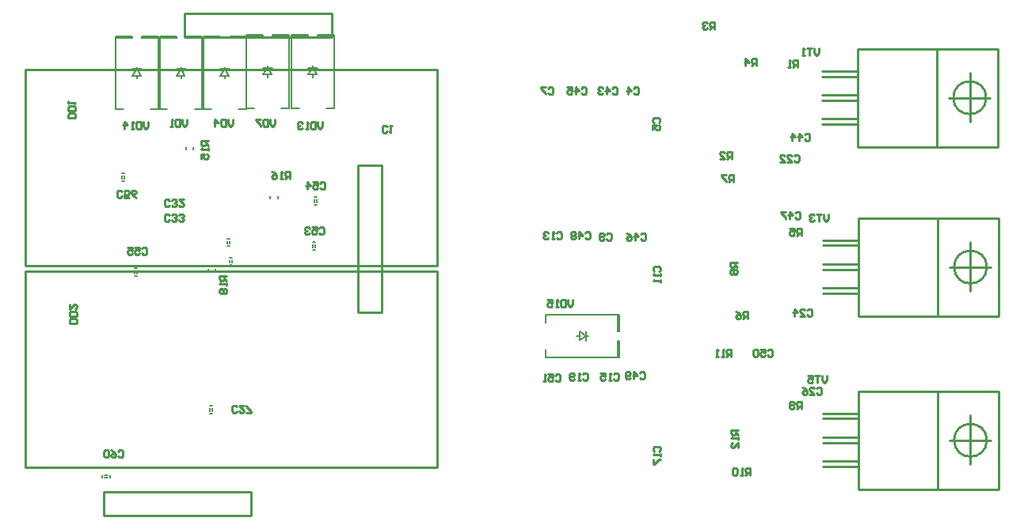
<source format=gbo>
G04*
G04 #@! TF.GenerationSoftware,Altium Limited,Altium Designer,19.0.10 (269)*
G04*
G04 Layer_Color=32896*
%FSLAX23Y23*%
%MOIN*%
G70*
G01*
G75*
%ADD10C,0.010*%
%ADD13C,0.008*%
D10*
X8084Y4240D02*
G03*
X8084Y4240I-69J0D01*
G01*
X8087Y3526D02*
G03*
X8087Y3526I-69J0D01*
G01*
Y2796D02*
G03*
X8087Y2796I-69J0D01*
G01*
X5774Y3531D02*
Y4358D01*
X4041Y3531D02*
Y4358D01*
Y3531D02*
X5774D01*
X4041Y4358D02*
X5774D01*
Y2681D02*
Y3508D01*
X4041Y2681D02*
Y3508D01*
Y2681D02*
X5774D01*
X4041Y3508D02*
X5774D01*
X8133Y4033D02*
Y4446D01*
X7878Y4031D02*
Y4446D01*
X7543Y4033D02*
Y4446D01*
X7393Y4230D02*
X7543D01*
X8015Y4139D02*
Y4346D01*
Y4238D02*
Y4240D01*
X7543Y4446D02*
X8133D01*
X7543Y4033D02*
X8133D01*
X7927Y4240D02*
X8100D01*
X7393Y4352D02*
X7543D01*
X7393Y4330D02*
X7543D01*
X7393Y4251D02*
X7543D01*
X7393Y4151D02*
X7543D01*
X7393Y4129D02*
X7543D01*
X8134Y4362D02*
Y4364D01*
Y4354D02*
Y4362D01*
X8136Y3320D02*
Y3733D01*
X7881Y3318D02*
Y3733D01*
X7546Y3320D02*
Y3733D01*
X7397Y3516D02*
X7546D01*
X8018Y3426D02*
Y3633D01*
Y3524D02*
Y3526D01*
X7546Y3733D02*
X8136D01*
X7546Y3320D02*
X8136D01*
X7930Y3526D02*
X8103D01*
X7397Y3639D02*
X7546D01*
X7397Y3617D02*
X7546D01*
X7397Y3538D02*
X7546D01*
X7397Y3438D02*
X7546D01*
X7397Y3416D02*
X7546D01*
X8137Y3648D02*
Y3650D01*
Y3640D02*
Y3648D01*
X4710Y4495D02*
Y4595D01*
X5330Y4495D02*
Y4595D01*
X4710Y4495D02*
X5330D01*
X4710Y4595D02*
X5330D01*
X4370Y2480D02*
Y2580D01*
X4990Y2480D02*
Y2580D01*
X4370Y2480D02*
X4990D01*
X4370Y2580D02*
X4990D01*
X8136Y2590D02*
Y3003D01*
X7881Y2588D02*
Y3003D01*
X7546Y2590D02*
Y3003D01*
X7397Y2786D02*
X7546D01*
X8018Y2696D02*
Y2903D01*
Y2794D02*
Y2796D01*
X7546Y3003D02*
X8136D01*
X7546Y2590D02*
X8136D01*
X7930Y2796D02*
X8103D01*
X7397Y2909D02*
X7546D01*
X7397Y2887D02*
X7546D01*
X7397Y2808D02*
X7546D01*
X7397Y2708D02*
X7546D01*
X7397Y2686D02*
X7546D01*
X8137Y2918D02*
Y2920D01*
Y2910D02*
Y2918D01*
X5440Y3955D02*
X5540D01*
X5440Y3335D02*
X5540D01*
X5440D02*
Y3955D01*
X5540Y3335D02*
Y3955D01*
X7036Y3546D02*
X7006D01*
Y3531D01*
X7011Y3526D01*
X7021D01*
X7026Y3531D01*
Y3546D01*
Y3536D02*
X7036Y3526D01*
X7011Y3516D02*
X7006Y3511D01*
Y3501D01*
X7011Y3496D01*
X7016D01*
X7021Y3501D01*
X7026Y3496D01*
X7031D01*
X7036Y3501D01*
Y3511D01*
X7031Y3516D01*
X7026D01*
X7021Y3511D01*
X7016Y3516D01*
X7011D01*
X7021Y3511D02*
Y3501D01*
X4250Y4154D02*
X4220D01*
Y4169D01*
X4225Y4174D01*
X4245D01*
X4250Y4169D01*
Y4154D01*
Y4184D02*
X4220D01*
Y4199D01*
X4225Y4204D01*
X4245D01*
X4250Y4199D01*
Y4184D01*
X4220Y4214D02*
Y4224D01*
Y4219D01*
X4250D01*
X4245Y4214D01*
X4255Y3290D02*
X4225D01*
Y3305D01*
X4230Y3310D01*
X4250D01*
X4255Y3305D01*
Y3290D01*
Y3320D02*
X4225D01*
Y3335D01*
X4230Y3340D01*
X4250D01*
X4255Y3335D01*
Y3320D01*
X4225Y3370D02*
Y3350D01*
X4245Y3370D01*
X4250D01*
X4255Y3365D01*
Y3355D01*
X4250Y3350D01*
X7330Y3345D02*
X7335Y3350D01*
X7345D01*
X7350Y3345D01*
Y3325D01*
X7345Y3320D01*
X7335D01*
X7330Y3325D01*
X7300Y3320D02*
X7320D01*
X7300Y3340D01*
Y3345D01*
X7305Y3350D01*
X7315D01*
X7320Y3345D01*
X7275Y3320D02*
Y3350D01*
X7290Y3335D01*
X7270D01*
X7164Y3175D02*
X7169Y3180D01*
X7179D01*
X7184Y3175D01*
Y3155D01*
X7179Y3150D01*
X7169D01*
X7164Y3155D01*
X7134Y3180D02*
X7154D01*
Y3165D01*
X7144Y3170D01*
X7139D01*
X7134Y3165D01*
Y3155D01*
X7139Y3150D01*
X7149D01*
X7154Y3155D01*
X7124Y3175D02*
X7119Y3180D01*
X7109D01*
X7104Y3175D01*
Y3155D01*
X7109Y3150D01*
X7119D01*
X7124Y3155D01*
Y3175D01*
X7370Y3015D02*
X7375Y3020D01*
X7385D01*
X7390Y3015D01*
Y2995D01*
X7385Y2990D01*
X7375D01*
X7370Y2995D01*
X7340Y2990D02*
X7360D01*
X7340Y3010D01*
Y3015D01*
X7345Y3020D01*
X7355D01*
X7360Y3015D01*
X7310Y3020D02*
X7320Y3015D01*
X7330Y3005D01*
Y2995D01*
X7325Y2990D01*
X7315D01*
X7310Y2995D01*
Y3000D01*
X7315Y3005D01*
X7330D01*
X6940Y4530D02*
Y4560D01*
X6925D01*
X6920Y4555D01*
Y4545D01*
X6925Y4540D01*
X6940D01*
X6930D02*
X6920Y4530D01*
X6910Y4555D02*
X6905Y4560D01*
X6895D01*
X6890Y4555D01*
Y4550D01*
X6895Y4545D01*
X6900D01*
X6895D01*
X6890Y4540D01*
Y4535D01*
X6895Y4530D01*
X6905D01*
X6910Y4535D01*
X7379Y4450D02*
Y4430D01*
X7369Y4420D01*
X7359Y4430D01*
Y4450D01*
X7349D02*
X7329D01*
X7339D01*
Y4420D01*
X7319D02*
X7309D01*
X7314D01*
Y4450D01*
X7319Y4445D01*
X7420Y3750D02*
Y3730D01*
X7410Y3720D01*
X7400Y3730D01*
Y3750D01*
X7390D02*
X7370D01*
X7380D01*
Y3720D01*
X7360Y3745D02*
X7355Y3750D01*
X7345D01*
X7340Y3745D01*
Y3740D01*
X7345Y3735D01*
X7350D01*
X7345D01*
X7340Y3730D01*
Y3725D01*
X7345Y3720D01*
X7355D01*
X7360Y3725D01*
X7280Y3755D02*
X7285Y3760D01*
X7295D01*
X7300Y3755D01*
Y3735D01*
X7295Y3730D01*
X7285D01*
X7280Y3735D01*
X7255Y3730D02*
Y3760D01*
X7270Y3745D01*
X7250D01*
X7240Y3760D02*
X7220D01*
Y3755D01*
X7240Y3735D01*
Y3730D01*
X7320Y4085D02*
X7325Y4090D01*
X7335D01*
X7340Y4085D01*
Y4065D01*
X7335Y4060D01*
X7325D01*
X7320Y4065D01*
X7295Y4060D02*
Y4090D01*
X7310Y4075D01*
X7290D01*
X7265Y4060D02*
Y4090D01*
X7280Y4075D01*
X7260D01*
X7040Y2840D02*
X7010D01*
Y2825D01*
X7015Y2820D01*
X7025D01*
X7030Y2825D01*
Y2840D01*
Y2830D02*
X7040Y2820D01*
Y2810D02*
Y2800D01*
Y2805D01*
X7010D01*
X7015Y2810D01*
X7040Y2765D02*
Y2785D01*
X7020Y2765D01*
X7015D01*
X7010Y2770D01*
Y2780D01*
X7015Y2785D01*
X7010Y3150D02*
Y3180D01*
X6995D01*
X6990Y3175D01*
Y3165D01*
X6995Y3160D01*
X7010D01*
X7000D02*
X6990Y3150D01*
X6980D02*
X6970D01*
X6975D01*
Y3180D01*
X6980Y3175D01*
X6955Y3150D02*
X6945D01*
X6950D01*
Y3180D01*
X6955Y3175D01*
X7080Y3310D02*
Y3340D01*
X7065D01*
X7060Y3335D01*
Y3325D01*
X7065Y3320D01*
X7080D01*
X7070D02*
X7060Y3310D01*
X7030Y3340D02*
X7040Y3335D01*
X7050Y3325D01*
Y3315D01*
X7045Y3310D01*
X7035D01*
X7030Y3315D01*
Y3320D01*
X7035Y3325D01*
X7050D01*
X6685Y4135D02*
X6680Y4140D01*
Y4150D01*
X6685Y4155D01*
X6705D01*
X6710Y4150D01*
Y4140D01*
X6705Y4135D01*
X6680Y4105D02*
Y4125D01*
X6695D01*
X6690Y4115D01*
Y4110D01*
X6695Y4105D01*
X6705D01*
X6710Y4110D01*
Y4120D01*
X6705Y4125D01*
X6687Y3508D02*
X6682Y3513D01*
Y3523D01*
X6687Y3528D01*
X6707D01*
X6712Y3523D01*
Y3513D01*
X6707Y3508D01*
X6712Y3498D02*
Y3488D01*
Y3493D01*
X6682D01*
X6687Y3498D01*
X6712Y3473D02*
Y3463D01*
Y3468D01*
X6682D01*
X6687Y3473D01*
X7090Y2650D02*
Y2680D01*
X7075D01*
X7070Y2675D01*
Y2665D01*
X7075Y2660D01*
X7090D01*
X7080D02*
X7070Y2650D01*
X7060D02*
X7050D01*
X7055D01*
Y2680D01*
X7060Y2675D01*
X7035D02*
X7030Y2680D01*
X7020D01*
X7015Y2675D01*
Y2655D01*
X7020Y2650D01*
X7030D01*
X7035Y2655D01*
Y2675D01*
X6687Y2750D02*
X6682Y2755D01*
Y2765D01*
X6687Y2770D01*
X6707D01*
X6712Y2765D01*
Y2755D01*
X6707Y2750D01*
X6712Y2740D02*
Y2730D01*
Y2735D01*
X6682D01*
X6687Y2740D01*
X6682Y2715D02*
Y2695D01*
X6687D01*
X6707Y2715D01*
X6712D01*
X5563Y4097D02*
X5558Y4092D01*
X5548D01*
X5543Y4097D01*
Y4117D01*
X5548Y4122D01*
X5558D01*
X5563Y4117D01*
X5573Y4122D02*
X5583D01*
X5578D01*
Y4092D01*
X5573Y4097D01*
X4556Y4140D02*
Y4120D01*
X4546Y4110D01*
X4536Y4120D01*
Y4140D01*
X4526D02*
Y4110D01*
X4511D01*
X4506Y4115D01*
Y4135D01*
X4511Y4140D01*
X4526D01*
X4496Y4110D02*
X4486D01*
X4491D01*
Y4140D01*
X4496Y4135D01*
X4456Y4110D02*
Y4140D01*
X4471Y4125D01*
X4451D01*
X5290Y4138D02*
Y4118D01*
X5280Y4108D01*
X5270Y4118D01*
Y4138D01*
X5260D02*
Y4108D01*
X5245D01*
X5240Y4113D01*
Y4133D01*
X5245Y4138D01*
X5260D01*
X5230Y4108D02*
X5220D01*
X5225D01*
Y4138D01*
X5230Y4133D01*
X5205D02*
X5200Y4138D01*
X5190D01*
X5185Y4133D01*
Y4128D01*
X5190Y4123D01*
X5195D01*
X5190D01*
X5185Y4118D01*
Y4113D01*
X5190Y4108D01*
X5200D01*
X5205Y4113D01*
X5090Y4150D02*
Y4130D01*
X5080Y4120D01*
X5070Y4130D01*
Y4150D01*
X5060D02*
Y4120D01*
X5045D01*
X5040Y4125D01*
Y4145D01*
X5045Y4150D01*
X5060D01*
X5030D02*
X5010D01*
Y4145D01*
X5030Y4125D01*
Y4120D01*
X4913Y4150D02*
Y4130D01*
X4903Y4120D01*
X4893Y4130D01*
Y4150D01*
X4883D02*
Y4120D01*
X4868D01*
X4863Y4125D01*
Y4145D01*
X4868Y4150D01*
X4883D01*
X4838Y4120D02*
Y4150D01*
X4853Y4135D01*
X4833D01*
X4445Y3825D02*
X4440Y3820D01*
X4430D01*
X4425Y3825D01*
Y3845D01*
X4430Y3850D01*
X4440D01*
X4445Y3845D01*
X4475Y3820D02*
X4455D01*
Y3835D01*
X4465Y3830D01*
X4470D01*
X4475Y3835D01*
Y3845D01*
X4470Y3850D01*
X4460D01*
X4455Y3845D01*
X4505Y3820D02*
X4495Y3825D01*
X4485Y3835D01*
Y3845D01*
X4490Y3850D01*
X4500D01*
X4505Y3845D01*
Y3840D01*
X4500Y3835D01*
X4485D01*
X4887Y3490D02*
X4857D01*
Y3475D01*
X4862Y3470D01*
X4872D01*
X4877Y3475D01*
Y3490D01*
Y3480D02*
X4887Y3470D01*
Y3460D02*
Y3450D01*
Y3455D01*
X4857D01*
X4862Y3460D01*
Y3435D02*
X4857Y3430D01*
Y3420D01*
X4862Y3415D01*
X4867D01*
X4872Y3420D01*
X4877Y3415D01*
X4882D01*
X4887Y3420D01*
Y3430D01*
X4882Y3435D01*
X4877D01*
X4872Y3430D01*
X4867Y3435D01*
X4862D01*
X4872Y3430D02*
Y3420D01*
X4645Y3725D02*
X4640Y3720D01*
X4630D01*
X4625Y3725D01*
Y3745D01*
X4630Y3750D01*
X4640D01*
X4645Y3745D01*
X4655Y3725D02*
X4660Y3720D01*
X4670D01*
X4675Y3725D01*
Y3730D01*
X4670Y3735D01*
X4665D01*
X4670D01*
X4675Y3740D01*
Y3745D01*
X4670Y3750D01*
X4660D01*
X4655Y3745D01*
X4685Y3725D02*
X4690Y3720D01*
X4700D01*
X4705Y3725D01*
Y3730D01*
X4700Y3735D01*
X4695D01*
X4700D01*
X4705Y3740D01*
Y3745D01*
X4700Y3750D01*
X4690D01*
X4685Y3745D01*
X4645Y3786D02*
X4640Y3781D01*
X4630D01*
X4625Y3786D01*
Y3806D01*
X4630Y3811D01*
X4640D01*
X4645Y3806D01*
X4655Y3786D02*
X4660Y3781D01*
X4670D01*
X4675Y3786D01*
Y3791D01*
X4670Y3796D01*
X4665D01*
X4670D01*
X4675Y3801D01*
Y3806D01*
X4670Y3811D01*
X4660D01*
X4655Y3806D01*
X4705Y3811D02*
X4685D01*
X4705Y3791D01*
Y3786D01*
X4700Y3781D01*
X4690D01*
X4685Y3786D01*
X4530Y3605D02*
X4535Y3610D01*
X4545D01*
X4550Y3605D01*
Y3585D01*
X4545Y3580D01*
X4535D01*
X4530Y3585D01*
X4500Y3610D02*
X4520D01*
Y3595D01*
X4510Y3600D01*
X4505D01*
X4500Y3595D01*
Y3585D01*
X4505Y3580D01*
X4515D01*
X4520Y3585D01*
X4470Y3610D02*
X4490D01*
Y3595D01*
X4480Y3600D01*
X4475D01*
X4470Y3595D01*
Y3585D01*
X4475Y3580D01*
X4485D01*
X4490Y3585D01*
X4809Y4058D02*
X4779D01*
Y4043D01*
X4784Y4038D01*
X4794D01*
X4799Y4043D01*
Y4058D01*
Y4048D02*
X4809Y4038D01*
Y4028D02*
Y4018D01*
Y4023D01*
X4779D01*
X4784Y4028D01*
X4779Y3983D02*
Y4003D01*
X4794D01*
X4789Y3993D01*
Y3988D01*
X4794Y3983D01*
X4804D01*
X4809Y3988D01*
Y3998D01*
X4804Y4003D01*
X4930Y2917D02*
X4925Y2912D01*
X4915D01*
X4910Y2917D01*
Y2937D01*
X4915Y2942D01*
X4925D01*
X4930Y2937D01*
X4960Y2942D02*
X4940D01*
X4960Y2922D01*
Y2917D01*
X4955Y2912D01*
X4945D01*
X4940Y2917D01*
X4970Y2912D02*
X4990D01*
Y2917D01*
X4970Y2937D01*
Y2942D01*
X4720Y4150D02*
Y4130D01*
X4710Y4120D01*
X4700Y4130D01*
Y4150D01*
X4690D02*
Y4120D01*
X4675D01*
X4670Y4125D01*
Y4145D01*
X4675Y4150D01*
X4690D01*
X4660Y4120D02*
X4650D01*
X4655D01*
Y4150D01*
X4660Y4145D01*
X6342Y3388D02*
Y3368D01*
X6332Y3358D01*
X6322Y3368D01*
Y3388D01*
X6312D02*
Y3358D01*
X6297D01*
X6292Y3363D01*
Y3383D01*
X6297Y3388D01*
X6312D01*
X6282Y3358D02*
X6272D01*
X6277D01*
Y3388D01*
X6282Y3383D01*
X6237Y3388D02*
X6257D01*
Y3373D01*
X6247Y3378D01*
X6242D01*
X6237Y3373D01*
Y3363D01*
X6242Y3358D01*
X6252D01*
X6257Y3363D01*
X7276Y3995D02*
X7281Y4000D01*
X7291D01*
X7296Y3995D01*
Y3975D01*
X7291Y3970D01*
X7281D01*
X7276Y3975D01*
X7246Y3970D02*
X7266D01*
X7246Y3990D01*
Y3995D01*
X7251Y4000D01*
X7261D01*
X7266Y3995D01*
X7216Y3970D02*
X7236D01*
X7216Y3990D01*
Y3995D01*
X7221Y4000D01*
X7231D01*
X7236Y3995D01*
X4430Y2749D02*
X4435Y2754D01*
X4445D01*
X4450Y2749D01*
Y2729D01*
X4445Y2724D01*
X4435D01*
X4430Y2729D01*
X4400Y2754D02*
X4410Y2749D01*
X4420Y2739D01*
Y2729D01*
X4415Y2724D01*
X4405D01*
X4400Y2729D01*
Y2734D01*
X4405Y2739D01*
X4420D01*
X4390Y2749D02*
X4385Y2754D01*
X4375D01*
X4370Y2749D01*
Y2729D01*
X4375Y2724D01*
X4385D01*
X4390Y2729D01*
Y2749D01*
X6625Y3079D02*
X6630Y3084D01*
X6640D01*
X6645Y3079D01*
Y3059D01*
X6640Y3054D01*
X6630D01*
X6625Y3059D01*
X6600Y3054D02*
Y3084D01*
X6615Y3069D01*
X6595D01*
X6585Y3059D02*
X6580Y3054D01*
X6570D01*
X6565Y3059D01*
Y3079D01*
X6570Y3084D01*
X6580D01*
X6585Y3079D01*
Y3074D01*
X6580Y3069D01*
X6565D01*
X6270Y3070D02*
X6275Y3075D01*
X6285D01*
X6290Y3070D01*
Y3050D01*
X6285Y3045D01*
X6275D01*
X6270Y3050D01*
X6240Y3075D02*
X6260D01*
Y3060D01*
X6250Y3065D01*
X6245D01*
X6240Y3060D01*
Y3050D01*
X6245Y3045D01*
X6255D01*
X6260Y3050D01*
X6230Y3045D02*
X6220D01*
X6225D01*
Y3075D01*
X6230Y3070D01*
X6515Y3074D02*
X6520Y3079D01*
X6530D01*
X6535Y3074D01*
Y3054D01*
X6530Y3049D01*
X6520D01*
X6515Y3054D01*
X6505Y3049D02*
X6495D01*
X6500D01*
Y3079D01*
X6505Y3074D01*
X6460Y3079D02*
X6480D01*
Y3064D01*
X6470Y3069D01*
X6465D01*
X6460Y3064D01*
Y3054D01*
X6465Y3049D01*
X6475D01*
X6480Y3054D01*
X6385Y3074D02*
X6390Y3079D01*
X6400D01*
X6405Y3074D01*
Y3054D01*
X6400Y3049D01*
X6390D01*
X6385Y3054D01*
X6375Y3049D02*
X6365D01*
X6370D01*
Y3079D01*
X6375Y3074D01*
X6350Y3054D02*
X6345Y3049D01*
X6335D01*
X6330Y3054D01*
Y3074D01*
X6335Y3079D01*
X6345D01*
X6350Y3074D01*
Y3069D01*
X6345Y3064D01*
X6330D01*
X6630Y3664D02*
X6635Y3669D01*
X6645D01*
X6650Y3664D01*
Y3644D01*
X6645Y3639D01*
X6635D01*
X6630Y3644D01*
X6605Y3639D02*
Y3669D01*
X6620Y3654D01*
X6600D01*
X6570Y3669D02*
X6580Y3664D01*
X6590Y3654D01*
Y3644D01*
X6585Y3639D01*
X6575D01*
X6570Y3644D01*
Y3649D01*
X6575Y3654D01*
X6590D01*
X6485Y3665D02*
X6490Y3670D01*
X6500D01*
X6505Y3665D01*
Y3645D01*
X6500Y3640D01*
X6490D01*
X6485Y3645D01*
X6475D02*
X6470Y3640D01*
X6460D01*
X6455Y3645D01*
Y3665D01*
X6460Y3670D01*
X6470D01*
X6475Y3665D01*
Y3660D01*
X6470Y3655D01*
X6455D01*
X6275Y3669D02*
X6280Y3674D01*
X6290D01*
X6295Y3669D01*
Y3649D01*
X6290Y3644D01*
X6280D01*
X6275Y3649D01*
X6265Y3644D02*
X6255D01*
X6260D01*
Y3674D01*
X6265Y3669D01*
X6240D02*
X6235Y3674D01*
X6225D01*
X6220Y3669D01*
Y3664D01*
X6225Y3659D01*
X6230D01*
X6225D01*
X6220Y3654D01*
Y3649D01*
X6225Y3644D01*
X6235D01*
X6240Y3649D01*
X6395Y3669D02*
X6400Y3674D01*
X6410D01*
X6415Y3669D01*
Y3649D01*
X6410Y3644D01*
X6400D01*
X6395Y3649D01*
X6370Y3644D02*
Y3674D01*
X6385Y3659D01*
X6365D01*
X6355Y3669D02*
X6350Y3674D01*
X6340D01*
X6335Y3669D01*
Y3664D01*
X6340Y3659D01*
X6335Y3654D01*
Y3649D01*
X6340Y3644D01*
X6350D01*
X6355Y3649D01*
Y3654D01*
X6350Y3659D01*
X6355Y3664D01*
Y3669D01*
X6350Y3659D02*
X6340D01*
X6600Y4280D02*
X6605Y4285D01*
X6615D01*
X6620Y4280D01*
Y4260D01*
X6615Y4255D01*
X6605D01*
X6600Y4260D01*
X6575Y4255D02*
Y4285D01*
X6590Y4270D01*
X6570D01*
X6380Y4280D02*
X6385Y4285D01*
X6395D01*
X6400Y4280D01*
Y4260D01*
X6395Y4255D01*
X6385D01*
X6380Y4260D01*
X6355Y4255D02*
Y4285D01*
X6370Y4270D01*
X6350D01*
X6320Y4285D02*
X6340D01*
Y4270D01*
X6330Y4275D01*
X6325D01*
X6320Y4270D01*
Y4260D01*
X6325Y4255D01*
X6335D01*
X6340Y4260D01*
X6510Y4280D02*
X6515Y4285D01*
X6525D01*
X6530Y4280D01*
Y4260D01*
X6525Y4255D01*
X6515D01*
X6510Y4260D01*
X6485Y4255D02*
Y4285D01*
X6500Y4270D01*
X6480D01*
X6470Y4280D02*
X6465Y4285D01*
X6455D01*
X6450Y4280D01*
Y4275D01*
X6455Y4270D01*
X6460D01*
X6455D01*
X6450Y4265D01*
Y4260D01*
X6455Y4255D01*
X6465D01*
X6470Y4260D01*
X6240Y4280D02*
X6245Y4285D01*
X6255D01*
X6260Y4280D01*
Y4260D01*
X6255Y4255D01*
X6245D01*
X6240Y4260D01*
X6230Y4285D02*
X6210D01*
Y4280D01*
X6230Y4260D01*
Y4255D01*
X5152Y3899D02*
Y3929D01*
X5137D01*
X5132Y3924D01*
Y3914D01*
X5137Y3909D01*
X5152D01*
X5142D02*
X5132Y3899D01*
X5122D02*
X5112D01*
X5117D01*
Y3929D01*
X5122Y3924D01*
X5077Y3929D02*
X5087Y3924D01*
X5097Y3914D01*
Y3904D01*
X5092Y3899D01*
X5082D01*
X5077Y3904D01*
Y3909D01*
X5082Y3914D01*
X5097D01*
X7414Y3068D02*
Y3048D01*
X7404Y3038D01*
X7394Y3048D01*
Y3068D01*
X7384D02*
X7364D01*
X7374D01*
Y3038D01*
X7334Y3068D02*
X7354D01*
Y3053D01*
X7344Y3058D01*
X7339D01*
X7334Y3053D01*
Y3043D01*
X7339Y3038D01*
X7349D01*
X7354Y3043D01*
X7013Y3983D02*
Y4012D01*
X6998D01*
X6993Y4007D01*
Y3997D01*
X6998Y3992D01*
X7013D01*
X7003D02*
X6993Y3983D01*
X6963D02*
X6983D01*
X6963Y4002D01*
Y4007D01*
X6968Y4012D01*
X6978D01*
X6983Y4007D01*
X7020Y3885D02*
Y3915D01*
X7005D01*
X7000Y3910D01*
Y3900D01*
X7005Y3895D01*
X7020D01*
X7010D02*
X7000Y3885D01*
X6990Y3915D02*
X6970D01*
Y3910D01*
X6990Y3890D01*
Y3885D01*
X7305Y2929D02*
Y2959D01*
X7290D01*
X7285Y2954D01*
Y2944D01*
X7290Y2939D01*
X7305D01*
X7295D02*
X7285Y2929D01*
X7275Y2934D02*
X7270Y2929D01*
X7260D01*
X7255Y2934D01*
Y2954D01*
X7260Y2959D01*
X7270D01*
X7275Y2954D01*
Y2949D01*
X7270Y2944D01*
X7255D01*
X7115Y4375D02*
Y4405D01*
X7100D01*
X7095Y4400D01*
Y4390D01*
X7100Y4385D01*
X7115D01*
X7105D02*
X7095Y4375D01*
X7070D02*
Y4405D01*
X7085Y4390D01*
X7065D01*
X7305Y3659D02*
Y3689D01*
X7290D01*
X7285Y3684D01*
Y3674D01*
X7290Y3669D01*
X7305D01*
X7295D02*
X7285Y3659D01*
X7255Y3689D02*
X7275D01*
Y3674D01*
X7265Y3679D01*
X7260D01*
X7255Y3674D01*
Y3664D01*
X7260Y3659D01*
X7270D01*
X7275Y3664D01*
X7290Y4370D02*
Y4400D01*
X7275D01*
X7270Y4395D01*
Y4385D01*
X7275Y4380D01*
X7290D01*
X7280D02*
X7270Y4370D01*
X7260D02*
X7250D01*
X7255D01*
Y4400D01*
X7260Y4395D01*
X5276Y3690D02*
X5281Y3695D01*
X5291D01*
X5296Y3690D01*
Y3670D01*
X5291Y3665D01*
X5281D01*
X5276Y3670D01*
X5246Y3695D02*
X5266D01*
Y3680D01*
X5256Y3685D01*
X5251D01*
X5246Y3680D01*
Y3670D01*
X5251Y3665D01*
X5261D01*
X5266Y3670D01*
X5236Y3690D02*
X5231Y3695D01*
X5221D01*
X5216Y3690D01*
Y3685D01*
X5221Y3680D01*
X5226D01*
X5221D01*
X5216Y3675D01*
Y3670D01*
X5221Y3665D01*
X5231D01*
X5236Y3670D01*
X5281Y3880D02*
X5286Y3885D01*
X5296D01*
X5301Y3880D01*
Y3860D01*
X5296Y3855D01*
X5286D01*
X5281Y3860D01*
X5251Y3885D02*
X5271D01*
Y3870D01*
X5261Y3875D01*
X5256D01*
X5251Y3870D01*
Y3860D01*
X5256Y3855D01*
X5266D01*
X5271Y3860D01*
X5226Y3855D02*
Y3885D01*
X5241Y3870D01*
X5221D01*
D13*
X4421Y4499D02*
X4490D01*
X4421Y4191D02*
Y4499D01*
X4490Y4493D02*
Y4499D01*
X4421Y4493D02*
X4490D01*
X4530D02*
X4599D01*
X4530D02*
Y4499D01*
X4421Y4191D02*
X4452D01*
X4530Y4499D02*
X4599D01*
X4568Y4191D02*
X4599D01*
Y4499D01*
X4490Y4361D02*
X4530D01*
X4510D02*
X4526Y4333D01*
X4490D02*
X4510Y4361D01*
X4490Y4333D02*
X4526D01*
X4510Y4361D02*
Y4369D01*
Y4321D02*
Y4333D01*
X5161Y4504D02*
X5230D01*
X5161Y4196D02*
Y4504D01*
X5230Y4498D02*
Y4504D01*
X5161Y4498D02*
X5230D01*
X5270D02*
X5339D01*
X5270D02*
Y4504D01*
X5161Y4196D02*
X5192D01*
X5270Y4504D02*
X5339D01*
X5308Y4196D02*
X5339D01*
Y4504D01*
X5230Y4366D02*
X5270D01*
X5250D02*
X5266Y4338D01*
X5230D02*
X5250Y4366D01*
X5230Y4338D02*
X5266D01*
X5250Y4366D02*
Y4374D01*
Y4326D02*
Y4338D01*
X4971Y4504D02*
X5040D01*
X4971Y4196D02*
Y4504D01*
X5040Y4498D02*
Y4504D01*
X4971Y4498D02*
X5040D01*
X5080D02*
X5149D01*
X5080D02*
Y4504D01*
X4971Y4196D02*
X5002D01*
X5080Y4504D02*
X5149D01*
X5118Y4196D02*
X5149D01*
Y4504D01*
X5040Y4366D02*
X5080D01*
X5060D02*
X5076Y4338D01*
X5040D02*
X5060Y4366D01*
X5040Y4338D02*
X5076D01*
X5060Y4366D02*
Y4374D01*
Y4326D02*
Y4338D01*
X4791Y4499D02*
X4860D01*
X4791Y4191D02*
Y4499D01*
X4860Y4493D02*
Y4499D01*
X4791Y4493D02*
X4860D01*
X4900D02*
X4969D01*
X4900D02*
Y4499D01*
X4791Y4191D02*
X4822D01*
X4900Y4499D02*
X4969D01*
X4938Y4191D02*
X4969D01*
Y4499D01*
X4860Y4361D02*
X4900D01*
X4880D02*
X4896Y4333D01*
X4860D02*
X4880Y4361D01*
X4860Y4333D02*
X4896D01*
X4880Y4361D02*
Y4369D01*
Y4321D02*
Y4333D01*
X4455Y3899D02*
Y3911D01*
X4445Y3899D02*
Y3911D01*
Y3921D02*
X4455D01*
X4445Y3889D02*
X4455D01*
X4841Y3510D02*
Y3520D01*
X4809Y3510D02*
Y3520D01*
X4900Y3624D02*
Y3636D01*
X4890Y3624D02*
Y3636D01*
Y3646D02*
X4900D01*
X4890Y3614D02*
X4900D01*
X4910Y3544D02*
Y3556D01*
X4900Y3544D02*
Y3556D01*
Y3566D02*
X4910D01*
X4900Y3534D02*
X4910D01*
X4501Y3499D02*
Y3511D01*
X4511Y3499D02*
Y3511D01*
X4501Y3489D02*
X4511D01*
X4501Y3521D02*
X4511D01*
X4716Y4022D02*
Y4032D01*
X4748Y4022D02*
Y4032D01*
X4825Y2919D02*
Y2931D01*
X4815Y2919D02*
Y2931D01*
Y2941D02*
X4825D01*
X4815Y2909D02*
X4825D01*
X4606Y4499D02*
X4675D01*
X4606Y4191D02*
Y4499D01*
X4675Y4493D02*
Y4499D01*
X4606Y4493D02*
X4675D01*
X4715D02*
X4784D01*
X4715D02*
Y4499D01*
X4606Y4191D02*
X4637D01*
X4715Y4499D02*
X4784D01*
X4753Y4191D02*
X4784D01*
Y4499D01*
X4675Y4361D02*
X4715D01*
X4695D02*
X4711Y4333D01*
X4675D02*
X4695Y4361D01*
X4675Y4333D02*
X4711D01*
X4695Y4361D02*
Y4369D01*
Y4321D02*
Y4333D01*
X6539Y3255D02*
Y3324D01*
X6231D02*
X6539D01*
X6533Y3255D02*
X6539D01*
X6533D02*
Y3324D01*
Y3146D02*
Y3215D01*
X6539D01*
X6231Y3293D02*
Y3324D01*
X6539Y3146D02*
Y3215D01*
X6231Y3146D02*
Y3177D01*
Y3146D02*
X6539D01*
X6401Y3215D02*
Y3255D01*
X6373Y3219D02*
X6401Y3235D01*
X6373Y3255D02*
X6401Y3235D01*
X6373Y3219D02*
Y3255D01*
X6401Y3235D02*
X6409D01*
X6361D02*
X6373D01*
X4374Y2650D02*
X4386D01*
X4374Y2640D02*
X4386D01*
X4364D02*
Y2650D01*
X4396Y2640D02*
Y2650D01*
X5071Y3815D02*
Y3825D01*
X5103Y3815D02*
Y3825D01*
X5260Y3609D02*
Y3621D01*
X5250Y3609D02*
Y3621D01*
Y3631D02*
X5260D01*
X5250Y3599D02*
X5260D01*
X5265Y3799D02*
Y3811D01*
X5255Y3799D02*
Y3811D01*
Y3821D02*
X5265D01*
X5255Y3789D02*
X5265D01*
M02*

</source>
